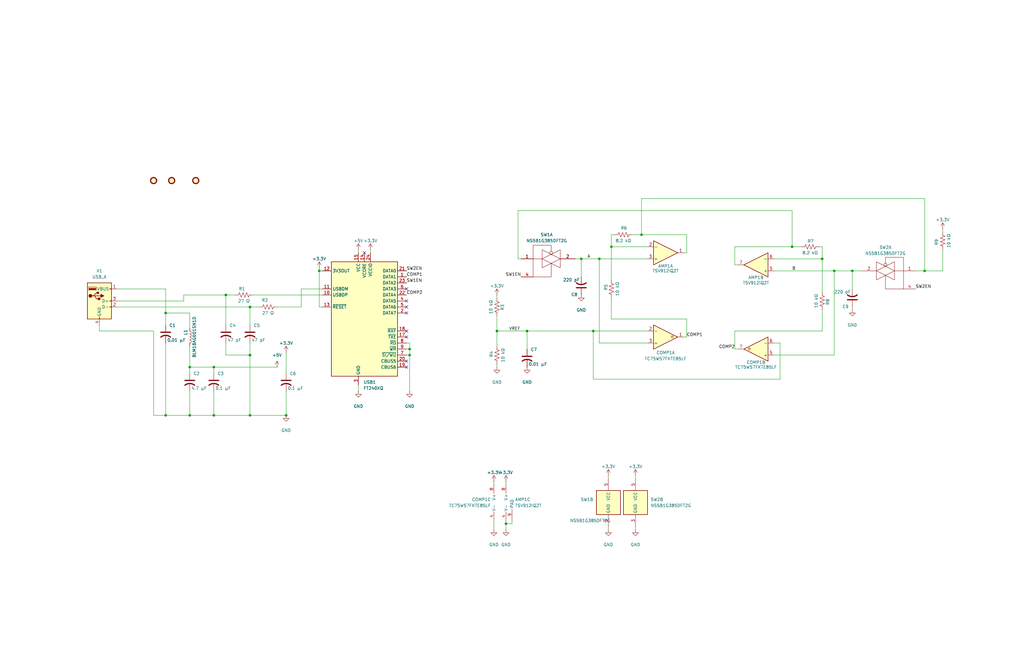
<source format=kicad_sch>
(kicad_sch (version 20250114) (generator "eeschema") (generator_version "9.0")
  (paper "USLedger")
  (lib_symbols
    (symbol "Connector:USB_A" (pin_names (offset 1.016))
      (property "Reference" "X2" (at 0 12.7 0))
      (property "Value" "USB_A" (at 0 10.16 0))
      (symbol "USB_A_0_1"
        (rectangle (start -5.08 -7.62) (end 5.08 7.62) (stroke (width 0.254)) (fill (type background)))
        (circle (center -3.81 2.159) (radius 0.635) (stroke (width 0.254)) (fill (type outline)))
        (polyline (pts (xy -3.175 2.159) (xy -2.54 2.159) (xy -1.27 3.429) (xy -0.635 3.429)) (stroke (width 0.254)))
        (polyline (pts (xy -2.54 2.159) (xy -1.905 2.159) (xy -1.27 0.889) (xy 0 0.889)) (stroke (width 0.254)))
        (rectangle (start -1.524 4.826) (end -4.318 5.334) (fill (type outline)))
        (rectangle (start -1.27 4.572) (end -4.572 5.842))
        (circle (center -0.635 3.429) (radius 0.381) (stroke (width 0.254)) (fill (type outline)))
        (rectangle (start -0.127 -7.62) (end 0.127 -6.858))
        (rectangle (start 0.254 1.27) (end -0.508 0.508) (stroke (width 0.254)) (fill (type outline)))
        (polyline (pts (xy 0.635 2.794) (xy 0.635 1.524) (xy 1.905 2.159) (xy 0.635 2.794)) (stroke (width 0.254)) (fill (type outline)))
        (rectangle (start 5.08 4.953) (end 4.318 5.207))
        (rectangle (start 5.08 -0.127) (end 4.318 0.127))
        (rectangle (start 5.08 -2.667) (end 4.318 -2.413))
      )
      (symbol "USB_A_1_1"
        (polyline (pts (xy -1.905 2.159) (xy 0.635 2.159)) (stroke (width 0.254)))
        (pin power_in line (at 0 -10.16 90) (length 2.54) (name "GND") (number "4"))
        (pin power_in line (at 7.62 5.08 180) (length 2.54) (name "VBUS") (number "1"))
        (pin bidirectional line (at 7.62 0 180) (length 2.54) (name "D+") (number "3"))
        (pin bidirectional line (at 7.62 -2.54 180) (length 2.54) (name "D-") (number "2"))
      )
    )
    (symbol "Mechanical:Fiducial" (in_bom no)
      (property "Reference" "FID" (at 0 5.08 0))
      (property "Value" "Fiducial" (at 0 3.175 0))
      (symbol "Fiducial_0_1"
        (circle (center 0 0) (radius 1.27) (stroke (width 0.508)) (fill (type background)))
      )
    )
    (symbol "partdb:BLM18AG601SN1D" (pin_numbers (hide yes)) (pin_names (offset 1.016) (hide yes)) (exclude_from_sim yes)
      (property "Reference" "L" (at -1.27 0 90))
      (property "Value" "BLM18AG601SN1D" (at 1.905 0 90))
      (symbol "BLM18AG601SN1D_0_1"
        (arc (start 0 2.54) (mid 0.6323 1.905) (end 0 1.27))
        (arc (start 0 1.27) (mid 0.6323 0.635) (end 0 0))
        (arc (start 0 0) (mid 0.6323 -0.635) (end 0 -1.27))
        (arc (start 0 -1.27) (mid 0.6323 -1.905) (end 0 -2.54))
      )
      (symbol "BLM18AG601SN1D_1_1"
        (pin passive line (at 0 3.81 270) (length 1.27) (name "1") (number "1"))
        (pin passive line (at 0 -3.81 90) (length 1.27) (name "2") (number "2"))
      )
    )
    (symbol "partdb:C-0603-0U01-50" (pin_numbers (hide yes)) (pin_names (offset 0.254) (hide yes)) (exclude_from_sim yes)
      (property "Reference" "C" (at 0.635 2.54 0))
      (property "Value" "0.01 µF" (at 0.635 -2.54 0))
      (symbol "C-0603-0U01-50_0_1"
        (polyline (pts (xy -2.032 0.762) (xy 2.032 0.762)) (stroke (width 0.508)))
        (arc (start -2.032 -1.27) (mid 0 -0.5572) (end 2.032 -1.27) (stroke (width 0.508)))
      )
      (symbol "C-0603-0U01-50_1_1"
        (pin passive line (at 0 3.81 270) (length 2.794) (name "~") (number "1"))
        (pin passive line (at 0 -3.81 90) (length 3.302) (name "~") (number "2"))
      )
    )
    (symbol "partdb:C-0603-0U1-50" (pin_numbers (hide yes)) (pin_names (offset 0.254) (hide yes)) (exclude_from_sim yes)
      (property "Reference" "C" (at 0.635 2.54 0))
      (property "Value" "0.1 µF" (at 0.635 -2.54 0))
      (symbol "C-0603-0U1-50_0_1"
        (polyline (pts (xy -2.032 0.762) (xy 2.032 0.762)) (stroke (width 0.508)))
        (arc (start -2.032 -1.27) (mid 0 -0.5572) (end 2.032 -1.27) (stroke (width 0.508)))
      )
      (symbol "C-0603-0U1-50_1_1"
        (pin passive line (at 0 3.81 270) (length 2.794) (name "~") (number "1"))
        (pin passive line (at 0 -3.81 90) (length 3.302) (name "~") (number "2"))
      )
    )
    (symbol "partdb:C-0603-220P-50" (pin_numbers (hide yes)) (pin_names (offset 0.254) (hide yes)) (exclude_from_sim yes)
      (property "Reference" "C" (at 0.635 2.54 0))
      (property "Value" "220 pF" (at 0.635 -2.54 0))
      (symbol "C-0603-220P-50_0_1"
        (polyline (pts (xy -2.032 0.762) (xy 2.032 0.762)) (stroke (width 0.508)))
        (arc (start -2.032 -1.27) (mid 0 -0.5572) (end 2.032 -1.27) (stroke (width 0.508)))
      )
      (symbol "C-0603-220P-50_1_1"
        (pin passive line (at 0 3.81 270) (length 2.794) (name "~") (number "1"))
        (pin passive line (at 0 -3.81 90) (length 3.302) (name "~") (number "2"))
      )
    )
    (symbol "partdb:C-0603-47P-50" (pin_numbers (hide yes)) (pin_names (offset 0.254) (hide yes)) (exclude_from_sim yes)
      (property "Reference" "C" (at 0.635 2.54 0))
      (property "Value" "47 pF" (at 0.635 -2.54 0))
      (symbol "C-0603-47P-50_0_1"
        (polyline (pts (xy -2.032 0.762) (xy 2.032 0.762)) (stroke (width 0.508)))
        (arc (start -2.032 -1.27) (mid 0 -0.5572) (end 2.032 -1.27) (stroke (width 0.508)))
      )
      (symbol "C-0603-47P-50_1_1"
        (pin passive line (at 0 3.81 270) (length 2.794) (name "~") (number "1"))
        (pin passive line (at 0 -3.81 90) (length 3.302) (name "~") (number "2"))
      )
    )
    (symbol "partdb:C-0603-4U7-16" (pin_numbers (hide yes)) (pin_names (offset 0.254) (hide yes)) (exclude_from_sim yes)
      (property "Reference" "C" (at 0.635 2.54 0))
      (property "Value" "4.7 µF" (at 0.635 -2.54 0))
      (symbol "C-0603-4U7-16_0_1"
        (polyline (pts (xy -2.032 0.762) (xy 2.032 0.762)) (stroke (width 0.508)))
        (arc (start -2.032 -1.27) (mid 0 -0.5572) (end 2.032 -1.27) (stroke (width 0.508)))
      )
      (symbol "C-0603-4U7-16_1_1"
        (pin passive line (at 0 3.81 270) (length 2.794) (name "~") (number "1"))
        (pin passive line (at 0 -3.81 90) (length 3.302) (name "~") (number "2"))
      )
    )
    (symbol "partdb:FT240XQ-R" (exclude_from_sim yes)
      (property "Reference" "U" (at -13.97 25.4 0))
      (property "Value" "FT240XQ-R" (at 6.35 25.4 0))
      (symbol "FT240XQ-R_0_1"
        (rectangle (start 13.97 -24.13) (end -13.97 24.13) (stroke (width 0.254)) (fill (type background)))
      )
      (symbol "FT240XQ-R_1_1"
        (pin power_out line (at -17.78 20.32 0) (length 3.81) (name "3V3OUT") (number "12"))
        (pin bidirectional line (at -17.78 12.7 0) (length 3.81) (name "USBDM") (number "11"))
        (pin bidirectional line (at -17.78 10.16 0) (length 3.81) (name "USBDP") (number "10"))
        (pin input line (at -17.78 5.08 0) (length 3.81) (name "~{RESET}") (number "13"))
        (pin power_in line (at -2.54 27.94 270) (length 3.81) (name "VCC") (number "15"))
        (pin passive line (at -2.54 -27.94 90) (length 3.81) (hide yes) (name "GND") (number "16"))
        (pin passive line (at -2.54 -27.94 90) (length 3.81) (hide yes) (name "GND") (number "25"))
        (pin power_in line (at -2.54 -27.94 90) (length 3.81) (name "GND") (number "3"))
        (pin power_out line (at 0 27.94 270) (length 3.81) (name "VCORE") (number "14"))
        (pin power_in line (at 2.54 27.94 270) (length 3.81) (name "VCCIO") (number "24"))
        (pin bidirectional line (at 17.78 20.32 180) (length 3.81) (name "DATA0") (number "21"))
        (pin bidirectional line (at 17.78 17.78 180) (length 3.81) (name "DATA1") (number "1"))
        (pin bidirectional line (at 17.78 15.24 180) (length 3.81) (name "DATA2") (number "23"))
        (pin bidirectional line (at 17.78 12.7 180) (length 3.81) (name "DATA3") (number "6"))
        (pin bidirectional line (at 17.78 10.16 180) (length 3.81) (name "DATA4") (number "22"))
        (pin bidirectional line (at 17.78 7.62 180) (length 3.81) (name "DATA5") (number "4"))
        (pin bidirectional line (at 17.78 5.08 180) (length 3.81) (name "DATA6") (number "5"))
        (pin bidirectional line (at 17.78 2.54 180) (length 3.81) (name "DATA7") (number "2"))
        (pin output line (at 17.78 -5.08 180) (length 3.81) (name "~{RXF}") (number "18"))
        (pin output line (at 17.78 -7.62 180) (length 3.81) (name "~{TXE}") (number "17"))
        (pin input line (at 17.78 -10.16 180) (length 3.81) (name "~{RD}") (number "8"))
        (pin input line (at 17.78 -12.7 180) (length 3.81) (name "~{WR}") (number "9"))
        (pin input line (at 17.78 -15.24 180) (length 3.81) (name "~{SI/WU}") (number "7"))
        (pin bidirectional line (at 17.78 -17.78 180) (length 3.81) (name "CBUS5") (number "20"))
        (pin bidirectional line (at 17.78 -20.32 180) (length 3.81) (name "CBUS6") (number "19"))
      )
    )
    (symbol "partdb:NS5B1G385DFT2G" (exclude_from_sim yes)
      (property "Reference" "U" (at 2.54 7.62 0))
      (property "Value" "NS5B1G385DFT2G" (at 7.62 -7.62 0))
      (symbol "NS5B1G385DFT2G_1_1"
        (polyline (pts (xy -7.62 0) (xy -3.81 0)) (stroke (width 0.1524)))
        (polyline (pts (xy -7.62 -7.62) (xy 0 -7.62) (xy 0 -1.905)) (stroke (width 0.1524)))
        (polyline (pts (xy -7.62 -7.62) (xy -7.62 5.715) (xy 0 5.715) (xy 0 3.175)) (stroke (width 0.1524)))
        (polyline (pts (xy -3.81 3.81) (xy -3.81 -3.81) (xy 3.81 0) (xy -3.81 3.81)) (stroke (width 0.1524)))
        (polyline (pts (xy -3.81 0) (xy 3.81 3.81) (xy 3.81 -3.81) (xy -3.81 0)) (stroke (width 0.1524)))
        (circle (center 0 2.54) (radius 0.635) (stroke (width 0.1524)))
        (pin bidirectional line (at -12.7 0 0) (length 5.08) (name "~") (number "1"))
        (pin input line (at -12.7 -7.62 0) (length 5.08) (name "~") (number "4"))
        (pin bidirectional line (at 10.16 0 180) (length 6.35) (name "~") (number "2"))
      )
      (symbol "NS5B1G385DFT2G_2_1"
        (rectangle (start -5.08 5.08) (end 5.08 -5.08) (stroke (width 0.254)) (fill (type background)))
        (pin power_in line (at 0 10.16 270) (length 5.08) (name "VCC") (number "5"))
        (pin power_in line (at 0 -10.16 90) (length 5.08) (name "GND") (number "3"))
      )
    )
    (symbol "partdb:R-0603-10K0" (pin_numbers (hide yes)) (pin_names (offset 0)) (exclude_from_sim yes)
      (property "Reference" "R" (at 2.54 0 90))
      (property "Value" "10 kΩ" (at -2.54 0 90))
      (symbol "R-0603-10K0_0_1"
        (polyline (pts (xy 0 2.286) (xy 0 2.54)))
        (polyline (pts (xy 0 2.286) (xy 1.016 1.905) (xy 0 1.524) (xy -1.016 1.143) (xy 0 0.762)))
        (polyline (pts (xy 0 0.762) (xy 1.016 0.381) (xy 0 0) (xy -1.016 -0.381) (xy 0 -0.762)))
        (polyline (pts (xy 0 -0.762) (xy 1.016 -1.143) (xy 0 -1.524) (xy -1.016 -1.905) (xy 0 -2.286)))
        (polyline (pts (xy 0 -2.286) (xy 0 -2.54)))
      )
      (symbol "R-0603-10K0_1_1"
        (pin passive line (at 0 3.81 270) (length 1.27) (name "~") (number "1"))
        (pin passive line (at 0 -3.81 90) (length 1.27) (name "~") (number "2"))
      )
    )
    (symbol "partdb:R-0603-27R0" (pin_numbers (hide yes)) (pin_names (offset 0)) (exclude_from_sim yes)
      (property "Reference" "R" (at 2.54 0 90))
      (property "Value" "27 Ω" (at -2.54 0 90))
      (symbol "R-0603-27R0_0_1"
        (polyline (pts (xy 0 2.286) (xy 0 2.54)))
        (polyline (pts (xy 0 2.286) (xy 1.016 1.905) (xy 0 1.524) (xy -1.016 1.143) (xy 0 0.762)))
        (polyline (pts (xy 0 0.762) (xy 1.016 0.381) (xy 0 0) (xy -1.016 -0.381) (xy 0 -0.762)))
        (polyline (pts (xy 0 -0.762) (xy 1.016 -1.143) (xy 0 -1.524) (xy -1.016 -1.905) (xy 0 -2.286)))
        (polyline (pts (xy 0 -2.286) (xy 0 -2.54)))
      )
      (symbol "R-0603-27R0_1_1"
        (pin passive line (at 0 3.81 270) (length 1.27) (name "~") (number "1"))
        (pin passive line (at 0 -3.81 90) (length 1.27) (name "~") (number "2"))
      )
    )
    (symbol "partdb:R-0603-8K20" (pin_numbers (hide yes)) (pin_names (offset 0)) (exclude_from_sim yes)
      (property "Reference" "R" (at 2.54 0 90))
      (property "Value" "8.2 kΩ" (at -2.54 0 90))
      (symbol "R-0603-8K20_0_1"
        (polyline (pts (xy 0 2.286) (xy 0 2.54)))
        (polyline (pts (xy 0 2.286) (xy 1.016 1.905) (xy 0 1.524) (xy -1.016 1.143) (xy 0 0.762)))
        (polyline (pts (xy 0 0.762) (xy 1.016 0.381) (xy 0 0) (xy -1.016 -0.381) (xy 0 -0.762)))
        (polyline (pts (xy 0 -0.762) (xy 1.016 -1.143) (xy 0 -1.524) (xy -1.016 -1.905) (xy 0 -2.286)))
        (polyline (pts (xy 0 -2.286) (xy 0 -2.54)))
      )
      (symbol "R-0603-8K20_1_1"
        (pin passive line (at 0 3.81 270) (length 1.27) (name "~") (number "1"))
        (pin passive line (at 0 -3.81 90) (length 1.27) (name "~") (number "2"))
      )
    )
    (symbol "partdb:TC75W57FKTE85LF" (pin_names (offset 0.127)) (exclude_from_sim yes)
      (property "Reference" "U" (at 3.81 3.81 0))
      (property "Value" "TC75W57FKTE85LF" (at 6.35 -3.81 0))
      (symbol "TC75W57FKTE85LF_1_1"
        (polyline (pts (xy -5.08 5.08) (xy 5.08 0) (xy -5.08 -5.08) (xy -5.08 5.08)) (stroke (width 0.254)) (fill (type background)))
        (polyline (pts (xy 3.302 -0.508) (xy 2.794 -0.508) (xy 3.302 0) (xy 2.794 0.508) (xy 2.286 0) (xy 2.794 -0.508) (xy 2.286 -0.508)) (stroke (width 0.127)))
        (pin input line (at -7.62 2.54 0) (length 2.54) (name "+") (number "3"))
        (pin input line (at -7.62 -2.54 0) (length 2.54) (name "-") (number "2"))
        (pin open_collector line (at 7.62 0 180) (length 2.54) (name "~") (number "1"))
      )
      (symbol "TC75W57FKTE85LF_2_1"
        (polyline (pts (xy -5.08 5.08) (xy 5.08 0) (xy -5.08 -5.08) (xy -5.08 5.08)) (stroke (width 0.254)) (fill (type background)))
        (polyline (pts (xy 3.302 -0.508) (xy 2.794 -0.508) (xy 3.302 0) (xy 2.794 0.508) (xy 2.286 0) (xy 2.794 -0.508) (xy 2.286 -0.508)) (stroke (width 0.127)))
        (pin input line (at -7.62 2.54 0) (length 2.54) (name "+") (number "5"))
        (pin input line (at -7.62 -2.54 0) (length 2.54) (name "-") (number "6"))
        (pin open_collector line (at 7.62 0 180) (length 2.54) (name "~") (number "7"))
      )
      (symbol "TC75W57FKTE85LF_3_1"
        (pin power_in line (at -2.54 7.62 270) (length 3.81) (name "V+") (number "8"))
        (pin power_in line (at -2.54 -7.62 90) (length 3.81) (name "V-") (number "4"))
      )
    )
    (symbol "partdb:TSV912IQ2T" (pin_names (offset 0.127)) (exclude_from_sim yes)
      (property "Reference" "U" (at 0 5.08 0))
      (property "Value" "TSV912IQ2T" (at 0 -5.08 0))
      (symbol "TSV912IQ2T_1_1"
        (polyline (pts (xy -5.08 5.08) (xy 5.08 0) (xy -5.08 -5.08) (xy -5.08 5.08)) (stroke (width 0.254)) (fill (type background)))
        (pin input line (at -7.62 2.54 0) (length 2.54) (name "+") (number "3"))
        (pin input line (at -7.62 -2.54 0) (length 2.54) (name "-") (number "2"))
        (pin output line (at 7.62 0 180) (length 2.54) (name "~") (number "1"))
      )
      (symbol "TSV912IQ2T_2_1"
        (polyline (pts (xy -5.08 5.08) (xy 5.08 0) (xy -5.08 -5.08) (xy -5.08 5.08)) (stroke (width 0.254)) (fill (type background)))
        (pin input line (at -7.62 2.54 0) (length 2.54) (name "+") (number "5"))
        (pin input line (at -7.62 -2.54 0) (length 2.54) (name "-") (number "6"))
        (pin output line (at 7.62 0 180) (length 2.54) (name "~") (number "7"))
      )
      (symbol "TSV912IQ2T_3_1"
        (pin power_in line (at -2.54 7.62 270) (length 3.81) (name "V+") (number "8"))
        (pin power_in line (at -2.54 -7.62 90) (length 3.81) (name "V-") (number "4"))
        (pin power_in line (at 0 -7.62 90) (length 5.08) (name "PAD") (number "9"))
      )
    )
    (symbol "power:+3.3V" (power) (pin_numbers (hide yes)) (pin_names (offset 0) (hide yes))
      (property "Value" "+3.3V" (at 0 3.556 0))
      (symbol "+3.3V_0_1"
        (polyline (pts (xy -0.762 1.27) (xy 0 2.54)))
        (polyline (pts (xy 0 2.54) (xy 0.762 1.27)))
        (polyline (pts (xy 0 0) (xy 0 2.54)))
      )
      (symbol "+3.3V_1_1"
        (pin power_in line (at 0 0 90) (length 0) (name "~") (number "1"))
      )
    )
    (symbol "power:+5V" (power) (pin_numbers (hide yes)) (pin_names (offset 0) (hide yes))
      (property "Value" "+5V" (at 0 3.556 0))
      (symbol "+5V_0_1"
        (polyline (pts (xy -0.762 1.27) (xy 0 2.54)))
        (polyline (pts (xy 0 2.54) (xy 0.762 1.27)))
        (polyline (pts (xy 0 0) (xy 0 2.54)))
      )
      (symbol "+5V_1_1"
        (pin power_in line (at 0 0 90) (length 0) (name "~") (number "1"))
      )
    )
    (symbol "power:GND" (power) (pin_numbers (hide yes)) (pin_names (offset 0) (hide yes))
      (property "Value" "GND" (at 0 -3.81 0))
      (symbol "GND_0_1"
        (polyline (pts (xy 0 0) (xy 0 -1.27) (xy 1.27 -1.27) (xy 0 -2.54) (xy -1.27 -1.27) (xy 0 -1.27)))
      )
      (symbol "GND_1_1"
        (pin power_in line (at 0 0 270) (length 0) (name "~") (number "1"))
      )
    )
  )
  (junction (at 270.51 99.06))
  (junction (at 90.17 175.26))
  (junction (at 95.25 124.46))
  (junction (at 250.19 139.7))
  (junction (at 351.79 114.3))
  (junction (at 334.01 104.14))
  (junction (at 252.73 109.22))
  (junction (at 222.25 139.7))
  (junction (at 172.72 149.86))
  (junction (at 257.81 104.14))
  (junction (at 69.85 132.08))
  (junction (at 69.85 175.26))
  (junction (at 105.41 149.86))
  (junction (at 90.17 154.94))
  (junction (at 213.36 220.98))
  (junction (at 80.01 175.26))
  (junction (at 172.72 147.32))
  (junction (at 105.41 129.54))
  (junction (at 134.62 114.3))
  (junction (at 209.55 139.7))
  (junction (at 120.65 175.26))
  (junction (at 359.41 114.3))
  (junction (at 80.01 154.94))
  (junction (at 245.11 109.22))
  (junction (at 389.89 114.3))
  (junction (at 105.41 175.26))
  (junction (at 346.71 109.22))
  (no_connect (at 171.45 142.24))
  (no_connect (at 171.45 152.4))
  (no_connect (at 171.45 139.7))
  (no_connect (at 153.67 106.68))
  (no_connect (at 171.45 127))
  (no_connect (at 171.45 132.08))
  (no_connect (at 171.45 154.94))
  (no_connect (at 171.45 121.92))
  (no_connect (at 171.45 129.54))
  (wire (pts (xy 359.41 114.3) (xy 363.22 114.3)))
  (wire (pts (xy 270.51 99.06) (xy 289.56 99.06)))
  (wire (pts (xy 208.28 203.2) (xy 208.28 204.47)))
  (wire (pts (xy 346.71 109.22) (xy 346.71 123.19)))
  (wire (pts (xy 273.05 139.7) (xy 250.19 139.7)))
  (wire (pts (xy 209.55 139.7) (xy 209.55 146.05)))
  (wire (pts (xy 90.17 154.94) (xy 80.01 154.94)))
  (wire (pts (xy 213.36 220.98) (xy 213.36 219.71)))
  (wire (pts (xy 351.79 149.86) (xy 351.79 114.3)))
  (wire (pts (xy 346.71 130.81) (xy 346.71 139.7)))
  (wire (pts (xy 95.25 149.86) (xy 105.41 149.86)))
  (wire (pts (xy 64.77 175.26) (xy 69.85 175.26)))
  (wire (pts (xy 222.25 147.32) (xy 222.25 139.7)))
  (wire (pts (xy 116.84 129.54) (xy 127 129.54)))
  (wire (pts (xy 250.19 139.7) (xy 250.19 160.02)))
  (wire (pts (xy 80.01 175.26) (xy 90.17 175.26)))
  (wire (pts (xy 69.85 121.92) (xy 69.85 132.08)))
  (wire (pts (xy 326.39 149.86) (xy 351.79 149.86)))
  (wire (pts (xy 151.13 162.56) (xy 151.13 165.1)))
  (wire (pts (xy 334.01 104.14) (xy 334.01 88.9)))
  (wire (pts (xy 389.89 114.3) (xy 397.51 114.3)))
  (wire (pts (xy 134.62 114.3) (xy 135.89 114.3)))
  (wire (pts (xy 245.11 116.84) (xy 245.11 109.22)))
  (wire (pts (xy 257.81 99.06) (xy 259.08 99.06)))
  (wire (pts (xy 389.89 83.82) (xy 389.89 114.3)))
  (wire (pts (xy 397.51 96.52) (xy 397.51 97.79)))
  (wire (pts (xy 151.13 105.41) (xy 151.13 106.68)))
  (wire (pts (xy 172.72 147.32) (xy 172.72 149.86)))
  (wire (pts (xy 359.41 121.92) (xy 359.41 114.3)))
  (wire (pts (xy 252.73 109.22) (xy 245.11 109.22)))
  (wire (pts (xy 135.89 129.54) (xy 134.62 129.54)))
  (wire (pts (xy 172.72 144.78) (xy 171.45 144.78)))
  (wire (pts (xy 257.81 104.14) (xy 257.81 99.06)))
  (wire (pts (xy 69.85 132.08) (xy 80.01 132.08)))
  (wire (pts (xy 208.28 223.52) (xy 208.28 219.71)))
  (wire (pts (xy 69.85 137.16) (xy 69.85 132.08)))
  (wire (pts (xy 270.51 99.06) (xy 270.51 83.82)))
  (wire (pts (xy 172.72 144.78) (xy 172.72 147.32)))
  (wire (pts (xy 77.47 127) (xy 49.53 127)))
  (wire (pts (xy 311.15 111.76) (xy 309.88 111.76)))
  (wire (pts (xy 156.21 105.41) (xy 156.21 106.68)))
  (wire (pts (xy 397.51 105.41) (xy 397.51 114.3)))
  (wire (pts (xy 256.54 200.66) (xy 256.54 201.93)))
  (wire (pts (xy 80.01 165.1) (xy 80.01 175.26)))
  (wire (pts (xy 267.97 223.52) (xy 267.97 222.25)))
  (wire (pts (xy 345.44 104.14) (xy 346.71 104.14)))
  (wire (pts (xy 209.55 153.67) (xy 209.55 154.94)))
  (wire (pts (xy 120.65 165.1) (xy 120.65 175.26)))
  (wire (pts (xy 69.85 175.26) (xy 80.01 175.26)))
  (wire (pts (xy 171.45 147.32) (xy 172.72 147.32)))
  (wire (pts (xy 309.88 147.32) (xy 309.88 139.7)))
  (wire (pts (xy 273.05 104.14) (xy 257.81 104.14)))
  (wire (pts (xy 127 129.54) (xy 127 121.92)))
  (wire (pts (xy 328.93 144.78) (xy 326.39 144.78)))
  (wire (pts (xy 346.71 109.22) (xy 346.71 104.14)))
  (wire (pts (xy 209.55 124.46) (xy 209.55 125.73)))
  (wire (pts (xy 105.41 175.26) (xy 120.65 175.26)))
  (wire (pts (xy 334.01 104.14) (xy 337.82 104.14)))
  (wire (pts (xy 257.81 125.73) (xy 257.81 134.62)))
  (wire (pts (xy 105.41 149.86) (xy 105.41 144.78)))
  (wire (pts (xy 267.97 200.66) (xy 267.97 201.93)))
  (wire (pts (xy 222.25 139.7) (xy 209.55 139.7)))
  (wire (pts (xy 326.39 109.22) (xy 346.71 109.22)))
  (wire (pts (xy 245.11 109.22) (xy 242.57 109.22)))
  (wire (pts (xy 134.62 114.3) (xy 134.62 113.03)))
  (wire (pts (xy 41.91 139.7) (xy 64.77 139.7)))
  (wire (pts (xy 41.91 137.16) (xy 41.91 139.7)))
  (wire (pts (xy 80.01 132.08) (xy 80.01 138.43)))
  (wire (pts (xy 69.85 144.78) (xy 69.85 175.26)))
  (wire (pts (xy 77.47 124.46) (xy 77.47 127)))
  (wire (pts (xy 80.01 146.05) (xy 80.01 154.94)))
  (wire (pts (xy 273.05 109.22) (xy 252.73 109.22)))
  (wire (pts (xy 311.15 147.32) (xy 309.88 147.32)))
  (wire (pts (xy 90.17 165.1) (xy 90.17 175.26)))
  (wire (pts (xy 359.41 114.3) (xy 351.79 114.3)))
  (wire (pts (xy 257.81 104.14) (xy 257.81 118.11)))
  (wire (pts (xy 95.25 124.46) (xy 77.47 124.46)))
  (wire (pts (xy 105.41 129.54) (xy 49.53 129.54)))
  (wire (pts (xy 273.05 144.78) (xy 252.73 144.78)))
  (wire (pts (xy 256.54 223.52) (xy 256.54 222.25)))
  (wire (pts (xy 64.77 139.7) (xy 64.77 175.26)))
  (wire (pts (xy 289.56 142.24) (xy 289.56 134.62)))
  (wire (pts (xy 95.25 124.46) (xy 99.06 124.46)))
  (wire (pts (xy 351.79 114.3) (xy 326.39 114.3)))
  (wire (pts (xy 106.68 124.46) (xy 135.89 124.46)))
  (wire (pts (xy 105.41 175.26) (xy 105.41 149.86)))
  (wire (pts (xy 309.88 111.76) (xy 309.88 104.14)))
  (wire (pts (xy 172.72 149.86) (xy 172.72 165.1)))
  (wire (pts (xy 213.36 203.2) (xy 213.36 204.47)))
  (wire (pts (xy 359.41 129.54) (xy 359.41 130.81)))
  (wire (pts (xy 80.01 157.48) (xy 80.01 154.94)))
  (wire (pts (xy 105.41 129.54) (xy 109.22 129.54)))
  (wire (pts (xy 171.45 149.86) (xy 172.72 149.86)))
  (wire (pts (xy 90.17 154.94) (xy 116.84 154.94)))
  (wire (pts (xy 252.73 144.78) (xy 252.73 109.22)))
  (wire (pts (xy 90.17 175.26) (xy 105.41 175.26)))
  (wire (pts (xy 289.56 99.06) (xy 289.56 106.68)))
  (wire (pts (xy 309.88 139.7) (xy 346.71 139.7)))
  (wire (pts (xy 289.56 106.68) (xy 288.29 106.68)))
  (wire (pts (xy 209.55 133.35) (xy 209.55 139.7)))
  (wire (pts (xy 309.88 104.14) (xy 334.01 104.14)))
  (wire (pts (xy 218.44 88.9) (xy 334.01 88.9)))
  (wire (pts (xy 266.7 99.06) (xy 270.51 99.06)))
  (wire (pts (xy 49.53 121.92) (xy 69.85 121.92)))
  (wire (pts (xy 250.19 139.7) (xy 222.25 139.7)))
  (wire (pts (xy 328.93 160.02) (xy 328.93 144.78)))
  (wire (pts (xy 213.36 223.52) (xy 213.36 220.98)))
  (wire (pts (xy 215.9 219.71) (xy 215.9 220.98)))
  (wire (pts (xy 95.25 137.16) (xy 95.25 124.46)))
  (wire (pts (xy 218.44 88.9) (xy 218.44 109.22)))
  (wire (pts (xy 90.17 157.48) (xy 90.17 154.94)))
  (wire (pts (xy 288.29 142.24) (xy 289.56 142.24)))
  (wire (pts (xy 95.25 144.78) (xy 95.25 149.86)))
  (wire (pts (xy 270.51 83.82) (xy 389.89 83.82)))
  (wire (pts (xy 134.62 129.54) (xy 134.62 114.3)))
  (wire (pts (xy 250.19 160.02) (xy 328.93 160.02)))
  (wire (pts (xy 215.9 220.98) (xy 213.36 220.98)))
  (wire (pts (xy 120.65 148.59) (xy 120.65 157.48)))
  (wire (pts (xy 386.08 114.3) (xy 389.89 114.3)))
  (wire (pts (xy 127 121.92) (xy 135.89 121.92)))
  (wire (pts (xy 257.81 134.62) (xy 289.56 134.62)))
  (wire (pts (xy 218.44 109.22) (xy 219.71 109.22)))
  (wire (pts (xy 105.41 137.16) (xy 105.41 129.54)))
  (label "SW2EN" (at 386.08 121.92 0))
  (label "B" (at 334.01 114.3 0))
  (label "A" (at 247.65 109.22 0))
  (label "COMP2" (at 171.45 124.46 0))
  (label "SW2EN" (at 171.45 114.3 0))
  (label "SW1EN" (at 171.45 119.38 0))
  (label "VREF" (at 214.63 139.7 0))
  (label "SW1EN" (at 219.71 116.84 180))
  (label "COMP2" (at 309.88 147.32 180))
  (label "COMP1" (at 171.45 116.84 0))
  (label "COMP1" (at 289.56 142.24 0))
  (symbol (lib_id "partdb:C-0603-0U1-50") (at 120.65 161.29 0) (unit 1) (exclude_from_sim yes)
    (property "Reference" "C6" (at 122.174 158.369 0) (effects (justify left bottom)))
    (property "Value" "0.1 µF" (at 121.285 163.83 0) (effects (justify left)))
    (property "Footprint" "Capacitor_SMD:C_0603_1608Metric" (effects (hide yes)))
    (property "Datasheet" "https://partdb.alfter.us/en/part/264/info" (effects (hide yes)))
    (property "Category" "Capacitors/Ceramic Capacitors" (effects (hide yes)))
    (property "Part-DB Footprint" "0603" (effects (hide yes)))
    (property "Part-DB ID" "264" (effects (hide yes)))
    (property "digikey#" "1276-1000-1-ND" (effects (hide yes)))
    (property "manf" "Samsung Electro-Mechanics" (effects (hide yes)))
    (property "manf#" "CL10B104KB8NNNC" (effects (hide yes)))
  )
  (symbol (lib_id "partdb:R-0603-27R0") (at 102.87 124.46 90) (unit 1) (exclude_from_sim yes)
    (property "Reference" "R1" (at 103.378 121.158 90) (effects (justify left bottom)))
    (property "Value" "27 Ω" (at 102.87 127 90))
    (property "Footprint" "Resistor_SMD:R_0603_1608Metric" (effects (hide yes)))
    (property "Datasheet" "https://partdb.alfter.us/en/part/297/info" (effects (hide yes)))
    (property "Category" "Resistors/Chip Resistor - Surface Mount" (effects (hide yes)))
    (property "Part-DB Footprint" "0603" (effects (hide yes)))
    (property "Part-DB ID" "297" (effects (hide yes)))
    (property "digikey#" " 311-27.0HRCT-ND" (effects (hide yes)))
    (property "manf" "YAGEO" (effects (hide yes)))
    (property "manf#" "RC0603FR-0727RL" (effects (hide yes)))
  )
  (symbol (lib_id "partdb:C-0603-0U01-50") (at 222.25 151.13 0) (unit 1) (exclude_from_sim yes)
    (property "Reference" "C7" (at 223.774 148.209 0) (effects (justify left bottom)))
    (property "Value" "0.01 µF" (at 222.885 153.67 0) (effects (justify left)))
    (property "Footprint" "Capacitor_SMD:C_0603_1608Metric" (effects (hide yes)))
    (property "Datasheet" "https://partdb.alfter.us/en/part/389/info" (effects (hide yes)))
    (property "Category" "Capacitors/Ceramic Capacitors" (effects (hide yes)))
    (property "Part-DB Footprint" "0603" (effects (hide yes)))
    (property "Part-DB ID" "389" (effects (hide yes)))
    (property "digikey#" "1276-1009-1-ND" (effects (hide yes)))
    (property "manf" "Samsung Electro-Mechanics" (effects (hide yes)))
    (property "manf#" "CL10B103KB8NNNC" (effects (hide yes)))
  )
  (symbol (lib_id "partdb:R-0603-10K0") (at 209.55 129.54 0) (unit 1) (exclude_from_sim yes)
    (property "Reference" "R3" (at 212.598 131.064 90) (effects (justify left bottom)))
    (property "Value" "10 kΩ" (at 207.01 129.54 90))
    (property "Footprint" "Resistor_SMD:R_0603_1608Metric" (effects (hide yes)))
    (property "Datasheet" "https://partdb.alfter.us/en/part/304/info" (effects (hide yes)))
    (property "Category" "Resistors/Chip Resistor - Surface Mount" (effects (hide yes)))
    (property "Part-DB Footprint" "0603" (effects (hide yes)))
    (property "Part-DB ID" "304" (effects (hide yes)))
    (property "digikey#" " 311-10.0KHRCT-ND" (effects (hide yes)))
    (property "manf" "YAGEO" (effects (hide yes)))
    (property "manf#" "RC0603FR-0710KL" (effects (hide yes)))
  )
  (symbol (lib_id "partdb:C-0603-0U1-50") (at 90.17 161.29 0) (unit 1) (exclude_from_sim yes)
    (property "Reference" "C3" (at 91.694 158.369 0) (effects (justify left bottom)))
    (property "Value" "0.1 µF" (at 90.805 163.83 0) (effects (justify left)))
    (property "Footprint" "Capacitor_SMD:C_0603_1608Metric" (effects (hide yes)))
    (property "Datasheet" "https://partdb.alfter.us/en/part/264/info" (effects (hide yes)))
    (property "Category" "Capacitors/Ceramic Capacitors" (effects (hide yes)))
    (property "Part-DB Footprint" "0603" (effects (hide yes)))
    (property "Part-DB ID" "264" (effects (hide yes)))
    (property "digikey#" "1276-1000-1-ND" (effects (hide yes)))
    (property "manf" "Samsung Electro-Mechanics" (effects (hide yes)))
    (property "manf#" "CL10B104KB8NNNC" (effects (hide yes)))
  )
  (symbol (lib_id "partdb:R-0603-10K0") (at 209.55 149.86 180) (unit 1) (exclude_from_sim yes)
    (property "Reference" "R4" (at 206.502 148.082 90) (effects (justify left bottom)))
    (property "Value" "10 kΩ" (at 212.09 149.86 90))
    (property "Footprint" "Resistor_SMD:R_0603_1608Metric" (effects (hide yes)))
    (property "Datasheet" "https://partdb.alfter.us/en/part/304/info" (effects (hide yes)))
    (property "Category" "Resistors/Chip Resistor - Surface Mount" (effects (hide yes)))
    (property "Part-DB Footprint" "0603" (effects (hide yes)))
    (property "Part-DB ID" "304" (effects (hide yes)))
    (property "digikey#" " 311-10.0KHRCT-ND" (effects (hide yes)))
    (property "manf" "YAGEO" (effects (hide yes)))
    (property "manf#" "RC0603FR-0710KL" (effects (hide yes)))
  )
  (symbol (lib_id "partdb:C-0603-4U7-16") (at 80.01 161.29 0) (unit 1) (exclude_from_sim yes)
    (property "Reference" "C2" (at 81.534 158.369 0) (effects (justify left bottom)))
    (property "Value" "4.7 µF" (at 80.645 163.83 0) (effects (justify left)))
    (property "Footprint" "Capacitor_SMD:C_0603_1608Metric" (effects (hide yes)))
    (property "Datasheet" "https://partdb.alfter.us/en/part/274/info" (effects (hide yes)))
    (property "Category" "Capacitors/Ceramic Capacitors" (effects (hide yes)))
    (property "Part-DB Footprint" "0603" (effects (hide yes)))
    (property "Part-DB ID" "274" (effects (hide yes)))
    (property "digikey#" "1276-1784-1-ND" (effects (hide yes)))
    (property "manf" "Samsung Electro-Mechanics" (effects (hide yes)))
    (property "manf#" "CL10A475KO8NNNC" (effects (hide yes)))
  )
  (symbol (lib_id "partdb:R-0603-10K0") (at 257.81 121.92 180) (unit 1) (exclude_from_sim yes)
    (property "Reference" "R5" (at 254.762 119.888 90) (effects (justify left bottom)))
    (property "Value" "10 kΩ" (at 260.35 121.92 90))
    (property "Footprint" "Resistor_SMD:R_0603_1608Metric" (effects (hide yes)))
    (property "Datasheet" "https://partdb.alfter.us/en/part/304/info" (effects (hide yes)))
    (property "Category" "Resistors/Chip Resistor - Surface Mount" (effects (hide yes)))
    (property "Part-DB Footprint" "0603" (effects (hide yes)))
    (property "Part-DB ID" "304" (effects (hide yes)))
    (property "digikey#" " 311-10.0KHRCT-ND" (effects (hide yes)))
    (property "manf" "YAGEO" (effects (hide yes)))
    (property "manf#" "RC0603FR-0710KL" (effects (hide yes)))
  )
  (symbol (lib_id "partdb:C-0603-0U01-50") (at 69.85 140.97 0) (unit 1) (exclude_from_sim yes)
    (property "Reference" "C1" (at 71.374 138.049 0) (effects (justify left bottom)))
    (property "Value" "0.01 µF" (at 70.485 143.51 0) (effects (justify left)))
    (property "Footprint" "Capacitor_SMD:C_0603_1608Metric" (effects (hide yes)))
    (property "Datasheet" "https://partdb.alfter.us/en/part/389/info" (effects (hide yes)))
    (property "Category" "Capacitors/Ceramic Capacitors" (effects (hide yes)))
    (property "Part-DB Footprint" "0603" (effects (hide yes)))
    (property "Part-DB ID" "389" (effects (hide yes)))
    (property "digikey#" "1276-1009-1-ND" (effects (hide yes)))
    (property "manf" "Samsung Electro-Mechanics" (effects (hide yes)))
    (property "manf#" "CL10B103KB8NNNC" (effects (hide yes)))
  )
  (symbol (lib_id "partdb:R-0603-8K20") (at 262.89 99.06 90) (unit 1) (exclude_from_sim yes)
    (property "Reference" "R6" (at 264.414 95.504 90) (effects (justify left bottom)))
    (property "Value" "8.2 kΩ" (at 262.89 101.6 90))
    (property "Footprint" "Resistor_SMD:R_0603_1608Metric" (effects (hide yes)))
    (property "Datasheet" "https://partdb.alfter.us/en/part/641/info" (effects (hide yes)))
    (property "Category" "Resistors/Chip Resistor - Surface Mount" (effects (hide yes)))
    (property "Part-DB Footprint" "0603" (effects (hide yes)))
    (property "Part-DB ID" "641" (effects (hide yes)))
    (property "digikey#" " 311-8.20KHRCT-ND" (effects (hide yes)))
    (property "manf" "YAGEO" (effects (hide yes)))
    (property "manf#" "RC0603FR-078K2L" (effects (hide yes)))
  )
  (symbol (lib_id "Mechanical:Fiducial") (at 64.77 76.2 0) (unit 1) (in_bom no)
    (property "Reference" "FID1" (effects (hide yes)))
    (property "Value" "FIDUCIALUFIDUCIAL" (effects (hide yes)))
    (property "Footprint" "Fiducial:Fiducial_0.5mm_Mask1mm" (effects (hide yes)))
    (property "Description" "Fiducial Marker" (effects (hide yes)))
  )
  (symbol (lib_id "partdb:C-0603-220P-50") (at 359.41 125.73 180) (unit 1) (exclude_from_sim yes)
    (property "Reference" "C9" (at 357.886 128.651 0) (effects (justify left bottom)))
    (property "Value" "220 pF" (at 358.775 123.19 0) (effects (justify left)))
    (property "Footprint" "Capacitor_SMD:C_0603_1608Metric" (effects (hide yes)))
    (property "Datasheet" "https://partdb.alfter.us/en/part/639/info" (effects (hide yes)))
    (property "Category" "Capacitors/Ceramic Capacitors" (effects (hide yes)))
    (property "Part-DB Footprint" "0603" (effects (hide yes)))
    (property "Part-DB ID" "639" (effects (hide yes)))
    (property "digikey#" " 1276-1048-1-ND" (effects (hide yes)))
    (property "manf" "Samsung Electro-Mechanics" (effects (hide yes)))
    (property "manf#" "CL10C221JB8NNNC" (effects (hide yes)))
  )
  (symbol (lib_id "partdb:C-0603-47P-50") (at 95.25 140.97 0) (unit 1) (exclude_from_sim yes)
    (property "Reference" "C4" (at 96.774 138.049 0) (effects (justify left bottom)))
    (property "Value" "47 pF" (at 95.885 143.51 0) (effects (justify left)))
    (property "Footprint" "Capacitor_SMD:C_0603_1608Metric" (effects (hide yes)))
    (property "Datasheet" "https://partdb.alfter.us/en/part/638/info" (effects (hide yes)))
    (property "Category" "Capacitors/Ceramic Capacitors" (effects (hide yes)))
    (property "Part-DB Footprint" "0603" (effects (hide yes)))
    (property "Part-DB ID" "638" (effects (hide yes)))
    (property "digikey#" "1276-1037-1-ND" (effects (hide yes)))
    (property "manf" "Samsung Electro-Mechanics" (effects (hide yes)))
    (property "manf#" "CL10C470JB8NNNC" (effects (hide yes)))
  )
  (symbol (lib_id "partdb:R-0603-10K0") (at 397.51 101.6 180) (unit 1) (exclude_from_sim yes)
    (property "Reference" "R9" (at 394.208 100.838 90) (effects (justify left bottom)))
    (property "Value" "10 kΩ" (at 400.05 101.6 90))
    (property "Footprint" "Resistor_SMD:R_0603_1608Metric" (effects (hide yes)))
    (property "Datasheet" "https://partdb.alfter.us/en/part/304/info" (effects (hide yes)))
    (property "Category" "Resistors/Chip Resistor - Surface Mount" (effects (hide yes)))
    (property "Part-DB Footprint" "0603" (effects (hide yes)))
    (property "Part-DB ID" "304" (effects (hide yes)))
    (property "digikey#" " 311-10.0KHRCT-ND" (effects (hide yes)))
    (property "manf" "YAGEO" (effects (hide yes)))
    (property "manf#" "RC0603FR-0710KL" (effects (hide yes)))
  )
  (symbol (lib_id "Mechanical:Fiducial") (at 72.39 76.2 0) (unit 1) (in_bom no)
    (property "Reference" "FID2" (effects (hide yes)))
    (property "Value" "FIDUCIALUFIDUCIAL" (effects (hide yes)))
    (property "Footprint" "Fiducial:Fiducial_0.5mm_Mask1mm" (effects (hide yes)))
    (property "Description" "Fiducial Marker" (effects (hide yes)))
  )
  (symbol (lib_id "partdb:R-0603-8K20") (at 341.63 104.14 90) (unit 1) (exclude_from_sim yes)
    (property "Reference" "R7" (at 343.154 101.092 90) (effects (justify left bottom)))
    (property "Value" "8.2 kΩ" (at 341.63 106.68 90))
    (property "Footprint" "Resistor_SMD:R_0603_1608Metric" (effects (hide yes)))
    (property "Datasheet" "https://partdb.alfter.us/en/part/641/info" (effects (hide yes)))
    (property "Category" "Resistors/Chip Resistor - Surface Mount" (effects (hide yes)))
    (property "Part-DB Footprint" "0603" (effects (hide yes)))
    (property "Part-DB ID" "641" (effects (hide yes)))
    (property "digikey#" " 311-8.20KHRCT-ND" (effects (hide yes)))
    (property "manf" "YAGEO" (effects (hide yes)))
    (property "manf#" "RC0603FR-078K2L" (effects (hide yes)))
  )
  (symbol (lib_id "partdb:R-0603-10K0") (at 346.71 127 0) (unit 1) (exclude_from_sim yes)
    (property "Reference" "R8" (at 349.758 128.778 90) (effects (justify left bottom)))
    (property "Value" "10 kΩ" (at 344.17 127 90))
    (property "Footprint" "Resistor_SMD:R_0603_1608Metric" (effects (hide yes)))
    (property "Datasheet" "https://partdb.alfter.us/en/part/304/info" (effects (hide yes)))
    (property "Category" "Resistors/Chip Resistor - Surface Mount" (effects (hide yes)))
    (property "Part-DB Footprint" "0603" (effects (hide yes)))
    (property "Part-DB ID" "304" (effects (hide yes)))
    (property "digikey#" " 311-10.0KHRCT-ND" (effects (hide yes)))
    (property "manf" "YAGEO" (effects (hide yes)))
    (property "manf#" "RC0603FR-0710KL" (effects (hide yes)))
  )
  (symbol (lib_id "partdb:C-0603-47P-50") (at 105.41 140.97 0) (unit 1) (exclude_from_sim yes)
    (property "Reference" "C5" (at 106.934 138.049 0) (effects (justify left bottom)))
    (property "Value" "47 pF" (at 106.045 143.51 0) (effects (justify left)))
    (property "Footprint" "Capacitor_SMD:C_0603_1608Metric" (effects (hide yes)))
    (property "Datasheet" "https://partdb.alfter.us/en/part/638/info" (effects (hide yes)))
    (property "Category" "Capacitors/Ceramic Capacitors" (effects (hide yes)))
    (property "Part-DB Footprint" "0603" (effects (hide yes)))
    (property "Part-DB ID" "638" (effects (hide yes)))
    (property "digikey#" "1276-1037-1-ND" (effects (hide yes)))
    (property "manf" "Samsung Electro-Mechanics" (effects (hide yes)))
    (property "manf#" "CL10C470JB8NNNC" (effects (hide yes)))
  )
  (symbol (lib_id "Mechanical:Fiducial") (at 82.55 76.2 0) (unit 1) (in_bom no)
    (property "Reference" "FID3" (effects (hide yes)))
    (property "Value" "FIDUCIALUFIDUCIAL" (effects (hide yes)))
    (property "Footprint" "Fiducial:Fiducial_0.5mm_Mask1mm" (effects (hide yes)))
    (property "Description" "Fiducial Marker" (effects (hide yes)))
  )
  (symbol (lib_id "partdb:C-0603-220P-50") (at 245.11 120.65 180) (unit 1) (exclude_from_sim yes)
    (property "Reference" "C8" (at 243.586 123.571 0) (effects (justify left bottom)))
    (property "Value" "220 pF" (at 244.475 118.11 0) (effects (justify left)))
    (property "Footprint" "Capacitor_SMD:C_0603_1608Metric" (effects (hide yes)))
    (property "Datasheet" "https://partdb.alfter.us/en/part/639/info" (effects (hide yes)))
    (property "Category" "Capacitors/Ceramic Capacitors" (effects (hide yes)))
    (property "Part-DB Footprint" "0603" (effects (hide yes)))
    (property "Part-DB ID" "639" (effects (hide yes)))
    (property "digikey#" " 1276-1048-1-ND" (effects (hide yes)))
    (property "manf" "Samsung Electro-Mechanics" (effects (hide yes)))
    (property "manf#" "CL10C221JB8NNNC" (effects (hide yes)))
  )
  (symbol (lib_id "partdb:R-0603-27R0") (at 113.03 129.54 90) (unit 1) (exclude_from_sim yes)
    (property "Reference" "R2" (at 113.03 125.984 90) (effects (justify left bottom)))
    (property "Value" "27 Ω" (at 113.03 132.08 90))
    (property "Footprint" "Resistor_SMD:R_0603_1608Metric" (effects (hide yes)))
    (property "Datasheet" "https://partdb.alfter.us/en/part/297/info" (effects (hide yes)))
    (property "Category" "Resistors/Chip Resistor - Surface Mount" (effects (hide yes)))
    (property "Part-DB Footprint" "0603" (effects (hide yes)))
    (property "Part-DB ID" "297" (effects (hide yes)))
    (property "digikey#" " 311-27.0HRCT-ND" (effects (hide yes)))
    (property "manf" "YAGEO" (effects (hide yes)))
    (property "manf#" "RC0603FR-0727RL" (effects (hide yes)))
  )
  (symbol (lib_id "partdb:BLM18AG601SN1D") (at 80.01 142.24 0) (unit 1) (exclude_from_sim yes)
    (property "Reference" "L1" (at 78.994 141.478 90) (effects (justify left bottom)))
    (property "Value" "BLM18AG601SN1D" (at 81.915 142.24 90))
    (property "Footprint" "Inductor_SMD:L_0603_1608Metric" (effects (hide yes)))
    (property "Datasheet" "https://partdb.alfter.us/en/part/644/info" (effects (hide yes)))
    (property "Category" "Filters/Ferrite Beads and Chips" (effects (hide yes)))
    (property "Manufacturer" "Murata Electronics" (effects (hide yes)))
    (property "MPN" "BLM18AG601SN1D" (effects (hide yes)))
    (property "Manufacturing Status" "Active" (effects (hide yes)))
    (property "Part-DB ID" "644" (effects (hide yes)))
    (property "DigiKey SPN" "490-1014-1-ND" (effects (hide yes)))
    (property "manf" "Murata Electronics" (effects (hide yes)))
    (property "manf#" "BLM18AG601SN1D" (effects (hide yes)))
    (property "digikey#" "490-1014-1-ND" (effects (hide yes)))
  )
  (symbol (lib_id "partdb:TSV912IQ2T") (at 318.77 111.76 180) (unit 2) (exclude_from_sim yes)
    (property "Reference" "AMP1" (at 318.77 117.094 0))
    (property "Value" "TSV912IQ2T" (at 318.77 119.38 0))
    (property "Footprint" "Package_DFN_QFN:DFN-8-1EP_2x2mm_P0.5mm_EP1.05x1.75mm" (effects (hide yes)))
    (property "Datasheet" "https://partdb.alfter.us/en/part/642/info" (effects (hide yes)))
    (property "Category" "Integrated Circuits (ICs)/Linear/Amplifiers/Instrumentation, Op Amps, Buffer Amps" (effects (hide yes)))
    (property "Manufacturer" "STMicroelectronics" (effects (hide yes)))
    (property "MPN" "TSV912IQ2T" (effects (hide yes)))
    (property "Manufacturing Status" "Active" (effects (hide yes)))
    (property "Part-DB Footprint" "8-DFN (2x2)" (effects (hide yes)))
    (property "Part-DB ID" "642" (effects (hide yes)))
    (property "DigiKey SPN" "497-12414-1-ND" (effects (hide yes)))
    (property "manf" "STMicroelectronics" (effects (hide yes)))
    (property "manf#" "TSV912IQ2T" (effects (hide yes)))
    (property "digikey#" "497-12414-1-ND" (effects (hide yes)))
  )
  (symbol (lib_id "power:+3.3V") (at 120.65 148.59 0) (unit 1)
    (property "Reference" "#PWR04" (effects (hide yes)))
    (property "Value" "+3.3V" (at 120.65 144.78 0))
    (property "Description" "Power symbol creates a global label with name \"+3.3V\"" (effects (hide yes)))
  )
  (symbol (lib_id "partdb:TC75W57FKTE85LF") (at 318.77 147.32 180) (unit 2) (exclude_from_sim yes)
    (property "Reference" "COMP1" (at 318.77 152.908 0))
    (property "Value" "TC75W57FKTE85LF" (at 318.77 154.94 0))
    (property "Footprint" "Package_SO:VSSOP-8_2.3x2mm_P0.5mm" (effects (hide yes)))
    (property "Datasheet" "https://partdb.alfter.us/en/part/643/info" (effects (hide yes)))
    (property "Category" "Integrated Circuits (ICs)/Logic/Comparators" (effects (hide yes)))
    (property "Manufacturer" "Toshiba Semiconductor and Storage" (effects (hide yes)))
    (property "MPN" "TC75W57FKTE85LF" (effects (hide yes)))
    (property "Manufacturing Status" "Active" (effects (hide yes)))
    (property "Part-DB Footprint" "8-SSOP" (effects (hide yes)))
    (property "Part-DB ID" "643" (effects (hide yes)))
    (property "DigiKey SPN" "TC75W57FKTE85LFCT-ND" (effects (hide yes)))
    (property "manf" "Toshiba Semiconductor and Storage" (effects (hide yes)))
    (property "manf#" "TC75W57FKTE85LF" (effects (hide yes)))
    (property "digikey#" "TC75W57FKTE85LFCT-ND" (effects (hide yes)))
  )
  (symbol (lib_id "power:+5V") (at 116.84 154.94 0) (unit 1)
    (property "Reference" "#PWR05" (effects (hide yes)))
    (property "Value" "+5V" (at 116.84 149.86 0))
    (property "Description" "Power symbol creates a global label with name \"+5V\"" (effects (hide yes)))
  )
  (symbol (lib_id "power:GND") (at 213.36 223.52 0) (unit 1)
    (property "Reference" "#PWR016" (effects (hide yes)))
    (property "Value" "GND" (at 213.36 229.87 0))
    (property "Description" "Power symbol creates a global label with name \"GND\" , ground" (effects (hide yes)))
  )
  (symbol (lib_id "power:+3.3V") (at 256.54 200.66 0) (unit 1)
    (property "Reference" "#PWR013" (effects (hide yes)))
    (property "Value" "+3.3V" (at 256.54 196.85 0))
    (property "Description" "Power symbol creates a global label with name \"+3.3V\"" (effects (hide yes)))
  )
  (symbol (lib_id "partdb:TSV912IQ2T") (at 215.9 212.09 0) (unit 3) (exclude_from_sim yes)
    (property "Reference" "AMP1" (at 217.17 210.8199 0) (effects (justify left)))
    (property "Value" "TSV912IQ2T" (at 217.17 213.3599 0) (effects (justify left)))
    (property "Footprint" "Package_DFN_QFN:DFN-8-1EP_2x2mm_P0.5mm_EP1.05x1.75mm" (effects (hide yes)))
    (property "Datasheet" "https://partdb.alfter.us/en/part/642/info" (effects (hide yes)))
    (property "Category" "Integrated Circuits (ICs)/Linear/Amplifiers/Instrumentation, Op Amps, Buffer Amps" (effects (hide yes)))
    (property "Manufacturer" "STMicroelectronics" (effects (hide yes)))
    (property "MPN" "TSV912IQ2T" (effects (hide yes)))
    (property "Manufacturing Status" "Active" (effects (hide yes)))
    (property "Part-DB Footprint" "8-DFN (2x2)" (effects (hide yes)))
    (property "Part-DB ID" "642" (effects (hide yes)))
    (property "DigiKey SPN" "497-12414-1-ND" (effects (hide yes)))
    (property "manf" "STMicroelectronics" (effects (hide yes)))
    (property "manf#" "TSV912IQ2T" (effects (hide yes)))
    (property "digikey#" "497-12414-1-ND" (effects (hide yes)))
  )
  (symbol (lib_id "power:GND") (at 120.65 175.26 0) (unit 1)
    (property "Reference" "#PWR06" (effects (hide yes)))
    (property "Value" "GND" (at 120.65 181.61 0))
    (property "Description" "Power symbol creates a global label with name \"GND\" , ground" (effects (hide yes)))
  )
  (symbol (lib_id "power:+3.3V") (at 134.62 113.03 0) (unit 1)
    (property "Reference" "#PWR03" (effects (hide yes)))
    (property "Value" "+3.3V" (at 134.62 109.22 0))
    (property "Description" "Power symbol creates a global label with name \"+3.3V\"" (effects (hide yes)))
  )
  (symbol (lib_id "partdb:TC75W57FKTE85LF") (at 280.67 142.24 0) (mirror x) (unit 1) (exclude_from_sim yes)
    (property "Reference" "COMP1" (at 280.67 148.844 0))
    (property "Value" "TC75W57FKTE85LF" (at 280.67 151.384 0))
    (property "Footprint" "Package_SO:VSSOP-8_2.3x2mm_P0.5mm" (effects (hide yes)))
    (property "Datasheet" "https://partdb.alfter.us/en/part/643/info" (effects (hide yes)))
    (property "Category" "Integrated Circuits (ICs)/Logic/Comparators" (effects (hide yes)))
    (property "Manufacturer" "Toshiba Semiconductor and Storage" (effects (hide yes)))
    (property "MPN" "TC75W57FKTE85LF" (effects (hide yes)))
    (property "Manufacturing Status" "Active" (effects (hide yes)))
    (property "Part-DB Footprint" "8-SSOP" (effects (hide yes)))
    (property "Part-DB ID" "643" (effects (hide yes)))
    (property "DigiKey SPN" "TC75W57FKTE85LFCT-ND" (effects (hide yes)))
    (property "manf" "Toshiba Semiconductor and Storage" (effects (hide yes)))
    (property "manf#" "TC75W57FKTE85LF" (effects (hide yes)))
    (property "digikey#" "TC75W57FKTE85LFCT-ND" (effects (hide yes)))
  )
  (symbol (lib_id "partdb:NS5B1G385DFT2G") (at 232.41 109.22 0) (unit 1) (exclude_from_sim yes)
    (property "Reference" "SW1" (at 230.505 99.06 0))
    (property "Value" "NS5B1G385DFT2G" (at 230.505 101.6 0))
    (property "Footprint" "Package_TO_SOT_SMD:SOT-353_SC-70-5" (effects (hide yes)))
    (property "Datasheet" "https://partdb.alfter.us/en/part/648/info" (effects (hide yes)))
    (property "Category" "Integrated Circuits (ICs)/Interface/Analog Switches, Multiplexers, Demultiplexers" (effects (hide yes)))
    (property "Manufacturer" "onsemi" (effects (hide yes)))
    (property "MPN" "NS5B1G385DFT2G" (effects (hide yes)))
    (property "Manufacturing Status" "Discontinued" (effects (hide yes)))
    (property "Part-DB Footprint" "SC-88A (SC-70-5/SOT-353)" (effects (hide yes)))
    (property "Part-DB ID" "648" (effects (hide yes)))
    (property "DigiKey SPN" "NS5B1G385DFT2GOSCT-ND" (effects (hide yes)))
    (property "manf" "onsemi" (effects (hide yes)))
    (property "manf#" "NS5B1G385DFT2G" (effects (hide yes)))
    (property "digikey#" "NS5B1G385DFT2GOSCT-ND" (effects (hide yes)))
  )
  (symbol (lib_id "partdb:TSV912IQ2T") (at 280.67 106.68 0) (mirror x) (unit 1) (exclude_from_sim yes)
    (property "Reference" "AMP1" (at 280.67 112.268 0))
    (property "Value" "TSV912IQ2T" (at 280.67 114.3 0))
    (property "Footprint" "Package_DFN_QFN:DFN-8-1EP_2x2mm_P0.5mm_EP1.05x1.75mm" (effects (hide yes)))
    (property "Datasheet" "https://partdb.alfter.us/en/part/642/info" (effects (hide yes)))
    (property "Category" "Integrated Circuits (ICs)/Linear/Amplifiers/Instrumentation, Op Amps, Buffer Amps" (effects (hide yes)))
    (property "Manufacturer" "STMicroelectronics" (effects (hide yes)))
    (property "MPN" "TSV912IQ2T" (effects (hide yes)))
    (property "Manufacturing Status" "Active" (effects (hide yes)))
    (property "Part-DB Footprint" "8-DFN (2x2)" (effects (hide yes)))
    (property "Part-DB ID" "642" (effects (hide yes)))
    (property "DigiKey SPN" "497-12414-1-ND" (effects (hide yes)))
    (property "manf" "STMicroelectronics" (effects (hide yes)))
    (property "manf#" "TSV912IQ2T" (effects (hide yes)))
    (property "digikey#" "497-12414-1-ND" (effects (hide yes)))
  )
  (symbol (lib_id "partdb:FT240XQ-R") (at 153.67 134.62 0) (unit 1) (exclude_from_sim yes)
    (property "Reference" "USB1" (at 153.2733 161.29 0) (effects (justify left)))
    (property "Value" "FT240XQ" (at 153.2733 163.83 0) (effects (justify left)))
    (property "Footprint" "Package_DFN_QFN:QFN-24-1EP_4x4mm_P0.5mm_EP2.6x2.6mm" (effects (hide yes)))
    (property "Datasheet" "https://partdb.alfter.us/en/part/637/info" (effects (hide yes)))
    (property "Description" "Full Speed USB to 8-Bit FIFO, QFN-24" (effects (hide yes)))
    (property "Category" "Integrated Circuits (ICs)/Interface/Controllers" (effects (hide yes)))
    (property "Manufacturer" "FTDI, Future Technology Devices International Ltd" (effects (hide yes)))
    (property "MPN" "FT240XQ-R" (effects (hide yes)))
    (property "Manufacturing Status" "Active" (effects (hide yes)))
    (property "Part-DB Footprint" "24-QFN (4x4)" (effects (hide yes)))
    (property "Part-DB ID" "637" (effects (hide yes)))
    (property "DigiKey SPN" "768-1126-1-ND" (effects (hide yes)))
    (property "manf" "FTDI, Future Technology Devices International Ltd" (effects (hide yes)))
    (property "manf#" "FT240XQ-R" (effects (hide yes)))
    (property "digikey#" "768-1126-1-ND" (effects (hide yes)))
  )
  (symbol (lib_id "Connector:USB_A") (at 41.91 127 0) (unit 1) (in_bom no)
    (property "Reference" "X1" (at 41.91 114.3 0))
    (property "Value" "USB_A" (at 41.91 116.84 0))
    (property "Footprint" "USB-A-RAWPINS" (effects (hide yes)))
    (property "Description" "USB Type A connector" (effects (hide yes)))
  )
  (symbol (lib_id "power:GND") (at 222.25 154.94 0) (unit 1)
    (property "Reference" "#PWR021" (effects (hide yes)))
    (property "Value" "GND" (at 222.25 161.29 0))
    (property "Description" "Power symbol creates a global label with name \"GND\" , ground" (effects (hide yes)))
  )
  (symbol (lib_id "power:GND") (at 256.54 223.52 0) (unit 1)
    (property "Reference" "#PWR014" (effects (hide yes)))
    (property "Value" "GND" (at 256.54 229.87 0))
    (property "Description" "Power symbol creates a global label with name \"GND\" , ground" (effects (hide yes)))
  )
  (symbol (lib_id "power:+3.3V") (at 156.21 105.41 0) (unit 1)
    (property "Reference" "#PWR07" (effects (hide yes)))
    (property "Value" "+3.3V" (at 156.21 101.6 0))
    (property "Description" "Power symbol creates a global label with name \"+3.3V\"" (effects (hide yes)))
  )
  (symbol (lib_id "partdb:TC75W57FKTE85LF") (at 210.82 212.09 0) (unit 3) (exclude_from_sim yes)
    (property "Reference" "COMP1" (at 207.01 210.8199 0) (effects (justify right)))
    (property "Value" "TC75W57FKTE85LF" (at 207.01 213.3599 0) (effects (justify right)))
    (property "Footprint" "Package_SO:VSSOP-8_2.3x2mm_P0.5mm" (effects (hide yes)))
    (property "Datasheet" "https://partdb.alfter.us/en/part/643/info" (effects (hide yes)))
    (property "Category" "Integrated Circuits (ICs)/Logic/Comparators" (effects (hide yes)))
    (property "Manufacturer" "Toshiba Semiconductor and Storage" (effects (hide yes)))
    (property "MPN" "TC75W57FKTE85LF" (effects (hide yes)))
    (property "Manufacturing Status" "Active" (effects (hide yes)))
    (property "Part-DB Footprint" "8-SSOP" (effects (hide yes)))
    (property "Part-DB ID" "643" (effects (hide yes)))
    (property "DigiKey SPN" "TC75W57FKTE85LFCT-ND" (effects (hide yes)))
    (property "manf" "Toshiba Semiconductor and Storage" (effects (hide yes)))
    (property "manf#" "TC75W57FKTE85LF" (effects (hide yes)))
    (property "digikey#" "TC75W57FKTE85LFCT-ND" (effects (hide yes)))
  )
  (symbol (lib_id "power:GND") (at 359.41 130.81 0) (unit 1)
    (property "Reference" "#PWR09" (effects (hide yes)))
    (property "Value" "GND" (at 359.41 137.16 0))
    (property "Description" "Power symbol creates a global label with name \"GND\" , ground" (effects (hide yes)))
  )
  (symbol (lib_id "partdb:NS5B1G385DFT2G") (at 373.38 114.3 0) (mirror y) (unit 1) (exclude_from_sim yes)
    (property "Reference" "SW2" (at 373.38 104.394 0))
    (property "Value" "NS5B1G385DFT2G" (at 373.38 106.934 0))
    (property "Footprint" "Package_TO_SOT_SMD:SOT-353_SC-70-5" (effects (hide yes)))
    (property "Datasheet" "https://partdb.alfter.us/en/part/648/info" (effects (hide yes)))
    (property "Category" "Integrated Circuits (ICs)/Interface/Analog Switches, Multiplexers, Demultiplexers" (effects (hide yes)))
    (property "Manufacturer" "onsemi" (effects (hide yes)))
    (property "MPN" "NS5B1G385DFT2G" (effects (hide yes)))
    (property "Manufacturing Status" "Discontinued" (effects (hide yes)))
    (property "Part-DB Footprint" "SC-88A (SC-70-5/SOT-353)" (effects (hide yes)))
    (property "Part-DB ID" "648" (effects (hide yes)))
    (property "DigiKey SPN" "NS5B1G385DFT2GOSCT-ND" (effects (hide yes)))
    (property "manf" "onsemi" (effects (hide yes)))
    (property "manf#" "NS5B1G385DFT2G" (effects (hide yes)))
    (property "digikey#" "NS5B1G385DFT2GOSCT-ND" (effects (hide yes)))
  )
  (symbol (lib_id "power:+3.3V") (at 213.36 203.2 0) (unit 1)
    (property "Reference" "#PWR015" (effects (hide yes)))
    (property "Value" "+3.3V" (at 213.36 199.39 0))
    (property "Description" "Power symbol creates a global label with name \"+3.3V\"" (effects (hide yes)))
  )
  (symbol (lib_id "power:GND") (at 151.13 165.1 0) (unit 1)
    (property "Reference" "#PWR02" (effects (hide yes)))
    (property "Value" "GND" (at 151.13 171.45 0))
    (property "Description" "Power symbol creates a global label with name \"GND\" , ground" (effects (hide yes)))
  )
  (symbol (lib_id "power:+3.3V") (at 267.97 200.66 0) (unit 1)
    (property "Reference" "#PWR011" (effects (hide yes)))
    (property "Value" "+3.3V" (at 267.97 196.85 0))
    (property "Description" "Power symbol creates a global label with name \"+3.3V\"" (effects (hide yes)))
  )
  (symbol (lib_id "partdb:NS5B1G385DFT2G") (at 256.54 212.09 0) (mirror y) (unit 2) (exclude_from_sim yes)
    (property "Reference" "SW1" (at 250.19 210.8199 0) (effects (justify left)))
    (property "Value" "NS5B1G385DFT2G" (at 248.92 219.71 0))
    (property "Footprint" "Package_TO_SOT_SMD:SOT-353_SC-70-5" (effects (hide yes)))
    (property "Datasheet" "https://partdb.alfter.us/en/part/648/info" (effects (hide yes)))
    (property "Category" "Integrated Circuits (ICs)/Interface/Analog Switches, Multiplexers, Demultiplexers" (effects (hide yes)))
    (property "Manufacturer" "onsemi" (effects (hide yes)))
    (property "MPN" "NS5B1G385DFT2G" (effects (hide yes)))
    (property "Manufacturing Status" "Discontinued" (effects (hide yes)))
    (property "Part-DB Footprint" "SC-88A (SC-70-5/SOT-353)" (effects (hide yes)))
    (property "Part-DB ID" "648" (effects (hide yes)))
    (property "DigiKey SPN" "NS5B1G385DFT2GOSCT-ND" (effects (hide yes)))
    (property "manf" "onsemi" (effects (hide yes)))
    (property "manf#" "NS5B1G385DFT2G" (effects (hide yes)))
    (property "digikey#" "NS5B1G385DFT2GOSCT-ND" (effects (hide yes)))
  )
  (symbol (lib_id "power:GND") (at 208.28 223.52 0) (unit 1)
    (property "Reference" "#PWR018" (effects (hide yes)))
    (property "Value" "GND" (at 208.28 229.87 0))
    (property "Description" "Power symbol creates a global label with name \"GND\" , ground" (effects (hide yes)))
  )
  (symbol (lib_id "power:+5V") (at 151.13 105.41 0) (unit 1)
    (property "Reference" "#PWR08" (effects (hide yes)))
    (property "Value" "+5V" (at 151.13 101.6 0))
    (property "Description" "Power symbol creates a global label with name \"+5V\"" (effects (hide yes)))
  )
  (symbol (lib_id "power:GND") (at 172.72 165.1 0) (unit 1)
    (property "Reference" "#PWR01" (effects (hide yes)))
    (property "Value" "GND" (at 172.72 171.45 0))
    (property "Description" "Power symbol creates a global label with name \"GND\" , ground" (effects (hide yes)))
  )
  (symbol (lib_id "partdb:NS5B1G385DFT2G") (at 267.97 212.09 0) (unit 2) (exclude_from_sim yes)
    (property "Reference" "SW2" (at 274.32 210.8199 0) (effects (justify left)))
    (property "Value" "NS5B1G385DFT2G" (at 274.32 213.3599 0) (effects (justify left)))
    (property "Footprint" "Package_TO_SOT_SMD:SOT-353_SC-70-5" (effects (hide yes)))
    (property "Datasheet" "https://partdb.alfter.us/en/part/648/info" (effects (hide yes)))
    (property "Category" "Integrated Circuits (ICs)/Interface/Analog Switches, Multiplexers, Demultiplexers" (effects (hide yes)))
    (property "Manufacturer" "onsemi" (effects (hide yes)))
    (property "MPN" "NS5B1G385DFT2G" (effects (hide yes)))
    (property "Manufacturing Status" "Discontinued" (effects (hide yes)))
    (property "Part-DB Footprint" "SC-88A (SC-70-5/SOT-353)" (effects (hide yes)))
    (property "Part-DB ID" "648" (effects (hide yes)))
    (property "DigiKey SPN" "NS5B1G385DFT2GOSCT-ND" (effects (hide yes)))
    (property "manf" "onsemi" (effects (hide yes)))
    (property "manf#" "NS5B1G385DFT2G" (effects (hide yes)))
    (property "digikey#" "NS5B1G385DFT2GOSCT-ND" (effects (hide yes)))
  )
  (symbol (lib_id "power:GND") (at 209.55 154.94 0) (unit 1)
    (property "Reference" "#PWR020" (effects (hide yes)))
    (property "Value" "GND" (at 209.55 161.29 0))
    (property "Description" "Power symbol creates a global label with name \"GND\" , ground" (effects (hide yes)))
  )
  (symbol (lib_id "power:GND") (at 245.11 124.46 0) (unit 1)
    (property "Reference" "#PWR022" (effects (hide yes)))
    (property "Value" "GND" (at 245.11 130.81 0))
    (property "Description" "Power symbol creates a global label with name \"GND\" , ground" (effects (hide yes)))
  )
  (symbol (lib_id "power:+3.3V") (at 397.51 96.52 0) (unit 1)
    (property "Reference" "#PWR019" (effects (hide yes)))
    (property "Value" "+3.3V" (at 397.51 92.71 0))
    (property "Description" "Power symbol creates a global label with name \"+3.3V\"" (effects (hide yes)))
  )
  (symbol (lib_id "power:GND") (at 267.97 223.52 0) (unit 1)
    (property "Reference" "#PWR012" (effects (hide yes)))
    (property "Value" "GND" (at 267.97 229.87 0))
    (property "Description" "Power symbol creates a global label with name \"GND\" , ground" (effects (hide yes)))
  )
  (symbol (lib_id "power:+3.3V") (at 209.55 124.46 0) (unit 1)
    (property "Reference" "#PWR010" (effects (hide yes)))
    (property "Value" "+3.3V" (at 209.55 120.65 0))
    (property "Description" "Power symbol creates a global label with name \"+3.3V\"" (effects (hide yes)))
  )
  (symbol (lib_id "power:+3.3V") (at 208.28 203.2 0) (unit 1)
    (property "Reference" "#PWR017" (effects (hide yes)))
    (property "Value" "+3.3V" (at 208.28 199.39 0))
    (property "Description" "Power symbol creates a global label with name \"+3.3V\"" (effects (hide yes)))
  )
)
</source>
